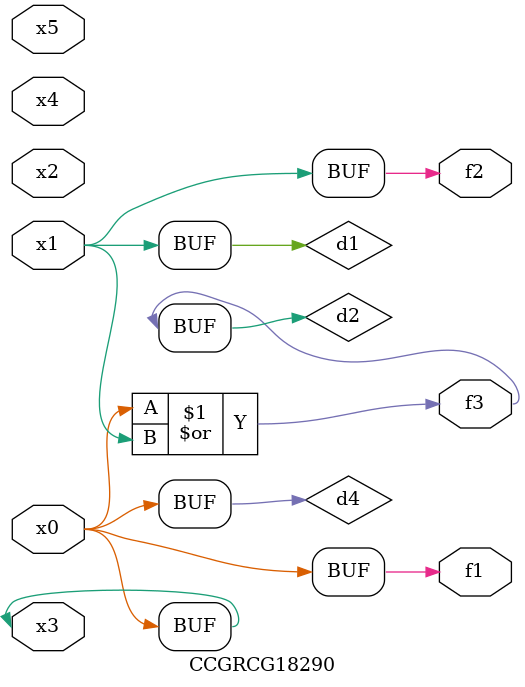
<source format=v>
module CCGRCG18290(
	input x0, x1, x2, x3, x4, x5,
	output f1, f2, f3
);

	wire d1, d2, d3, d4;

	and (d1, x1);
	or (d2, x0, x1);
	nand (d3, x0, x5);
	buf (d4, x0, x3);
	assign f1 = d4;
	assign f2 = d1;
	assign f3 = d2;
endmodule

</source>
